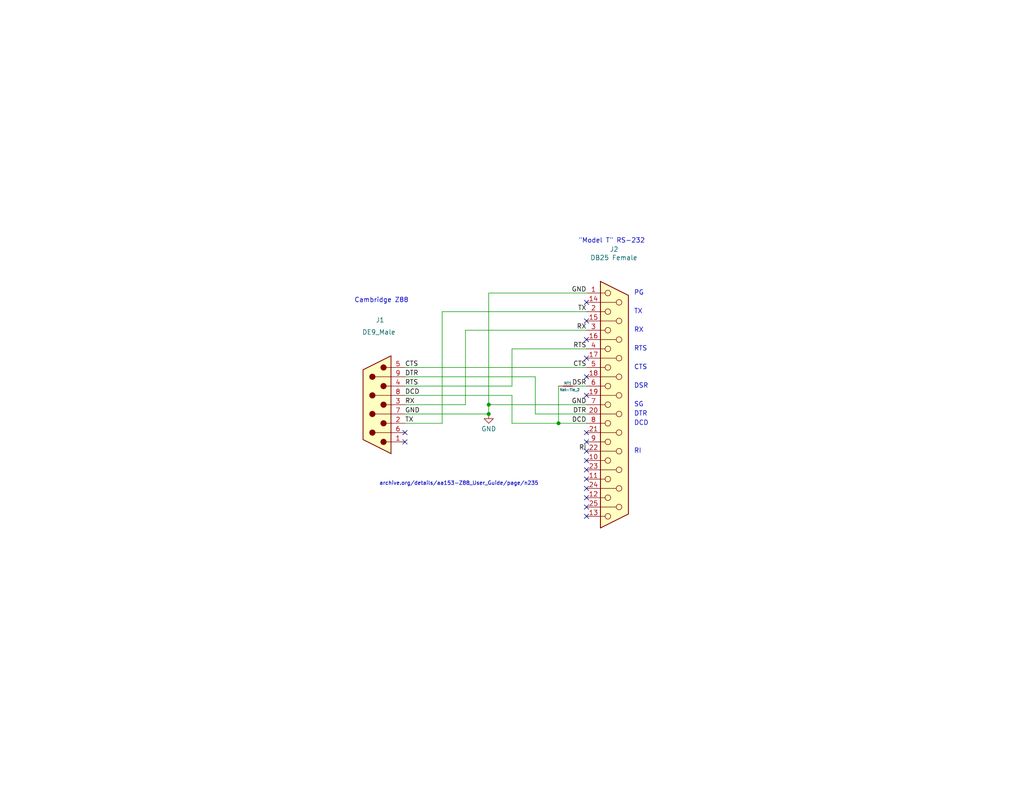
<source format=kicad_sch>
(kicad_sch (version 20231120) (generator "eeschema") (generator_version "8.0")
  (paper "USLetter")
  (title_block (title "Z88 rs232 to \"Model T\" rs232") (date "2020-09-08") (company "Brian K. White"))
  (lib_symbols
    (symbol "0_LOCAL:DB25_Female" (pin_names (offset 1.016) hide)
      (property "Reference" "J" (at 0 34.29 0))
      (property "Value" "DB25_Female" (at 0 -34.925 0))
      (symbol "DB25_Female_0_1"
        (circle (center -1.778 -30.48) (radius 0.762))
        (circle (center -1.778 -25.4) (radius 0.762))
        (circle (center -1.778 -20.32) (radius 0.762))
        (circle (center -1.778 -15.24) (radius 0.762))
        (circle (center -1.778 -10.16) (radius 0.762))
        (circle (center -1.778 -5.08) (radius 0.762))
        (circle (center -1.778 0) (radius 0.762))
        (circle (center -1.778 5.08) (radius 0.762))
        (circle (center -1.778 10.16) (radius 0.762))
        (circle (center -1.778 15.24) (radius 0.762))
        (circle (center -1.778 20.32) (radius 0.762))
        (circle (center -1.778 25.4) (radius 0.762))
        (circle (center -1.778 30.48) (radius 0.762))
        (polyline (pts (xy -3.81 -30.48) (xy -2.54 -30.48)))
        (polyline (pts (xy -3.81 -27.94) (xy 0.508 -27.94)))
        (polyline (pts (xy -3.81 -25.4) (xy -2.54 -25.4)))
        (polyline (pts (xy -3.81 -22.86) (xy 0.508 -22.86)))
        (polyline (pts (xy -3.81 -20.32) (xy -2.54 -20.32)))
        (polyline (pts (xy -3.81 -17.78) (xy 0.508 -17.78)))
        (polyline (pts (xy -3.81 -15.24) (xy -2.54 -15.24)))
        (polyline (pts (xy -3.81 -12.7) (xy 0.508 -12.7)))
        (polyline (pts (xy -3.81 -10.16) (xy -2.54 -10.16)))
        (polyline (pts (xy -3.81 -7.62) (xy 0.508 -7.62)))
        (polyline (pts (xy -3.81 -5.08) (xy -2.54 -5.08)))
        (polyline (pts (xy -3.81 -2.54) (xy 0.508 -2.54)))
        (polyline (pts (xy -3.81 0) (xy -2.54 0)))
        (polyline (pts (xy -3.81 2.54) (xy 0.508 2.54)))
        (polyline (pts (xy -3.81 5.08) (xy -2.54 5.08)))
        (polyline (pts (xy -3.81 7.62) (xy 0.508 7.62)))
        (polyline (pts (xy -3.81 10.16) (xy -2.54 10.16)))
        (polyline (pts (xy -3.81 12.7) (xy 0.508 12.7)))
        (polyline (pts (xy -3.81 15.24) (xy -2.54 15.24)))
        (polyline (pts (xy -3.81 17.78) (xy 0.508 17.78)))
        (polyline (pts (xy -3.81 20.32) (xy -2.54 20.32)))
        (polyline (pts (xy -3.81 22.86) (xy 0.508 22.86)))
        (polyline (pts (xy -3.81 25.4) (xy -2.54 25.4)))
        (polyline (pts (xy -3.81 27.94) (xy 0.508 27.94)))
        (polyline (pts (xy -3.81 30.48) (xy -2.54 30.48)))
        (polyline (pts (xy -3.81 33.655) (xy 3.81 29.845) (xy 3.81 -29.845) (xy -3.81 -33.655) (xy -3.81 33.655)) (stroke (width 0.254)) (fill (type background)))
        (circle (center 1.27 -27.94) (radius 0.762))
        (circle (center 1.27 -22.86) (radius 0.762))
        (circle (center 1.27 -17.78) (radius 0.762))
        (circle (center 1.27 -12.7) (radius 0.762))
        (circle (center 1.27 -7.62) (radius 0.762))
        (circle (center 1.27 -2.54) (radius 0.762))
        (circle (center 1.27 2.54) (radius 0.762))
        (circle (center 1.27 7.62) (radius 0.762))
        (circle (center 1.27 12.7) (radius 0.762))
        (circle (center 1.27 17.78) (radius 0.762))
        (circle (center 1.27 22.86) (radius 0.762))
        (circle (center 1.27 27.94) (radius 0.762))
      )
      (symbol "DB25_Female_1_1"
        (pin passive line (at -7.62 30.48 0) (length 3.81) (name "1") (number "1"))
        (pin passive line (at -7.62 -15.24 0) (length 3.81) (name "10") (number "10"))
        (pin passive line (at -7.62 -20.32 0) (length 3.81) (name "11") (number "11"))
        (pin passive line (at -7.62 -25.4 0) (length 3.81) (name "12") (number "12"))
        (pin passive line (at -7.62 -30.48 0) (length 3.81) (name "13") (number "13"))
        (pin passive line (at -7.62 27.94 0) (length 3.81) (name "P14") (number "14"))
        (pin passive line (at -7.62 22.86 0) (length 3.81) (name "P15") (number "15"))
        (pin passive line (at -7.62 17.78 0) (length 3.81) (name "P16") (number "16"))
        (pin passive line (at -7.62 12.7 0) (length 3.81) (name "P17") (number "17"))
        (pin passive line (at -7.62 7.62 0) (length 3.81) (name "P18") (number "18"))
        (pin passive line (at -7.62 2.54 0) (length 3.81) (name "P19") (number "19"))
        (pin passive line (at -7.62 25.4 0) (length 3.81) (name "2") (number "2"))
        (pin passive line (at -7.62 -2.54 0) (length 3.81) (name "P20") (number "20"))
        (pin passive line (at -7.62 -7.62 0) (length 3.81) (name "P21") (number "21"))
        (pin passive line (at -7.62 -12.7 0) (length 3.81) (name "P22") (number "22"))
        (pin passive line (at -7.62 -17.78 0) (length 3.81) (name "P23") (number "23"))
        (pin passive line (at -7.62 -22.86 0) (length 3.81) (name "P24") (number "24"))
        (pin passive line (at -7.62 -27.94 0) (length 3.81) (name "P25") (number "25"))
        (pin passive line (at -7.62 20.32 0) (length 3.81) (name "3") (number "3"))
        (pin passive line (at -7.62 15.24 0) (length 3.81) (name "4") (number "4"))
        (pin passive line (at -7.62 10.16 0) (length 3.81) (name "5") (number "5"))
        (pin passive line (at -7.62 5.08 0) (length 3.81) (name "6") (number "6"))
        (pin passive line (at -7.62 0 0) (length 3.81) (name "7") (number "7"))
        (pin passive line (at -7.62 -5.08 0) (length 3.81) (name "8") (number "8"))
        (pin passive line (at -7.62 -10.16 0) (length 3.81) (name "9") (number "9"))
      )
    )
    (symbol "0_LOCAL:DE9_Male" (pin_names (offset 1.016) hide)
      (property "Reference" "J" (at 0 13.97 0))
      (property "Value" "DE9_Male" (at 0 -14.605 0))
      (symbol "DE9_Male_0_1"
        (circle (center -1.778 -10.16) (radius 0.762) (fill (type outline)))
        (circle (center -1.778 -5.08) (radius 0.762) (fill (type outline)))
        (circle (center -1.778 0) (radius 0.762) (fill (type outline)))
        (circle (center -1.778 5.08) (radius 0.762) (fill (type outline)))
        (circle (center -1.778 10.16) (radius 0.762) (fill (type outline)))
        (polyline (pts (xy -3.81 -10.16) (xy -2.54 -10.16)))
        (polyline (pts (xy -3.81 -7.62) (xy 0.508 -7.62)))
        (polyline (pts (xy -3.81 -5.08) (xy -2.54 -5.08)))
        (polyline (pts (xy -3.81 -2.54) (xy 0.508 -2.54)))
        (polyline (pts (xy -3.81 0) (xy -2.54 0)))
        (polyline (pts (xy -3.81 2.54) (xy 0.508 2.54)))
        (polyline (pts (xy -3.81 5.08) (xy -2.54 5.08)))
        (polyline (pts (xy -3.81 7.62) (xy 0.508 7.62)))
        (polyline (pts (xy -3.81 10.16) (xy -2.54 10.16)))
        (polyline (pts (xy -3.81 -13.335) (xy -3.81 13.335) (xy 3.81 9.525) (xy 3.81 -9.525) (xy -3.81 -13.335)) (stroke (width 0.254)) (fill (type background)))
        (circle (center 1.27 -7.62) (radius 0.762) (fill (type outline)))
        (circle (center 1.27 -2.54) (radius 0.762) (fill (type outline)))
        (circle (center 1.27 2.54) (radius 0.762) (fill (type outline)))
        (circle (center 1.27 7.62) (radius 0.762) (fill (type outline)))
      )
      (symbol "DE9_Male_1_1"
        (pin passive line (at -7.62 -10.16 0) (length 3.81) (name "1") (number "1"))
        (pin passive line (at -7.62 -5.08 0) (length 3.81) (name "2") (number "2"))
        (pin passive line (at -7.62 0 0) (length 3.81) (name "3") (number "3"))
        (pin passive line (at -7.62 5.08 0) (length 3.81) (name "4") (number "4"))
        (pin passive line (at -7.62 10.16 0) (length 3.81) (name "5") (number "5"))
        (pin passive line (at -7.62 -7.62 0) (length 3.81) (name "6") (number "6"))
        (pin passive line (at -7.62 -2.54 0) (length 3.81) (name "7") (number "7"))
        (pin passive line (at -7.62 2.54 0) (length 3.81) (name "8") (number "8"))
        (pin passive line (at -7.62 7.62 0) (length 3.81) (name "9") (number "9"))
      )
    )
    (symbol "0_LOCAL:GND" (power) (pin_names (offset 0))
      (property "Value" "GND" (at 0 -3.81 0))
      (symbol "GND_0_1"
        (polyline (pts (xy 0 0) (xy 0 -1.27) (xy 1.27 -1.27) (xy 0 -2.54) (xy -1.27 -1.27) (xy 0 -1.27)))
      )
      (symbol "GND_1_1"
        (pin power_in line (at 0 0 270) (length 0) hide (name "GND") (number "1"))
      )
    )
    (symbol "0_LOCAL:Net-Tie_2" (pin_numbers hide) (pin_names (offset 0) hide)
      (property "Reference" "NT" (at 0 1.27 0))
      (property "Value" "Net-Tie_2" (at 0 -1.27 0))
      (symbol "Net-Tie_2_0_1"
        (polyline (pts (xy -1.27 0) (xy 1.27 0)) (stroke (width 0.254)))
      )
      (symbol "Net-Tie_2_1_1"
        (pin passive line (at -2.54 0 0) (length 2.54) (name "1") (number "1"))
        (pin passive line (at 2.54 0 180) (length 2.54) (name "2") (number "2"))
      )
    )
  )
  (junction (at 133.35 113.03))
  (junction (at 133.35 110.49))
  (junction (at 152.4 115.57))
  (no_connect (at 160.02 87.63))
  (no_connect (at 110.49 120.65))
  (no_connect (at 160.02 97.79))
  (no_connect (at 160.02 82.55))
  (no_connect (at 160.02 128.27))
  (no_connect (at 160.02 92.71))
  (no_connect (at 160.02 140.97))
  (no_connect (at 160.02 125.73))
  (no_connect (at 160.02 123.19))
  (no_connect (at 110.49 118.11))
  (no_connect (at 160.02 102.87))
  (no_connect (at 160.02 133.35))
  (no_connect (at 160.02 130.81))
  (no_connect (at 160.02 138.43))
  (no_connect (at 160.02 120.65))
  (no_connect (at 160.02 135.89))
  (no_connect (at 160.02 107.95))
  (no_connect (at 160.02 118.11))
  (wire (pts (xy 139.7 115.57) (xy 152.4 115.57)))
  (wire (pts (xy 133.35 80.01) (xy 133.35 110.49)))
  (wire (pts (xy 139.7 105.41) (xy 139.7 95.25)))
  (wire (pts (xy 120.65 115.57) (xy 120.65 85.09)))
  (wire (pts (xy 127 110.49) (xy 127 90.17)))
  (wire (pts (xy 110.49 107.95) (xy 139.7 107.95)))
  (wire (pts (xy 133.35 113.03) (xy 133.35 110.49)))
  (wire (pts (xy 152.4 105.41) (xy 152.4 115.57)))
  (wire (pts (xy 120.65 85.09) (xy 160.02 85.09)))
  (wire (pts (xy 133.35 80.01) (xy 160.02 80.01)))
  (wire (pts (xy 133.35 110.49) (xy 160.02 110.49)))
  (wire (pts (xy 110.49 102.87) (xy 146.05 102.87)))
  (wire (pts (xy 110.49 110.49) (xy 127 110.49)))
  (wire (pts (xy 110.49 113.03) (xy 133.35 113.03)))
  (wire (pts (xy 127 90.17) (xy 160.02 90.17)))
  (wire (pts (xy 110.49 105.41) (xy 139.7 105.41)))
  (wire (pts (xy 110.49 115.57) (xy 120.65 115.57)))
  (wire (pts (xy 139.7 107.95) (xy 139.7 115.57)))
  (wire (pts (xy 110.49 100.33) (xy 160.02 100.33)))
  (wire (pts (xy 146.05 113.03) (xy 160.02 113.03)))
  (wire (pts (xy 146.05 102.87) (xy 146.05 113.03)))
  (wire (pts (xy 160.02 105.41) (xy 157.48 105.41)))
  (wire (pts (xy 152.4 115.57) (xy 160.02 115.57)))
  (wire (pts (xy 139.7 95.25) (xy 160.02 95.25)))
  (text "PG" (at 172.974 80.772 0) (effects (font (size 1.27 1.27)) (justify left bottom)))
  (text "DCD" (at 172.974 116.332 0) (effects (font (size 1.27 1.27)) (justify left bottom)))
  (text "DTR" (at 172.974 113.792 0) (effects (font (size 1.27 1.27)) (justify left bottom)))
  (text "archive.org/details/aa153-Z88_User_Guide/page/n235" (at 125.222 132.08 0) (effects (font (size 1.016 1.016))))
  (text "RTS" (at 172.974 96.012 0) (effects (font (size 1.27 1.27)) (justify left bottom)))
  (text "SG" (at 172.974 111.252 0) (effects (font (size 1.27 1.27)) (justify left bottom)))
  (text "\"Model T\" RS-232" (at 176.022 66.548 0) (effects (font (size 1.27 1.27)) (justify right bottom)))
  (text "RX" (at 172.974 90.932 0) (effects (font (size 1.27 1.27)) (justify left bottom)))
  (text "RI" (at 172.974 123.952 0) (effects (font (size 1.27 1.27)) (justify left bottom)))
  (text "TX" (at 172.974 85.852 0) (effects (font (size 1.27 1.27)) (justify left bottom)))
  (text "DSR" (at 172.974 106.172 0) (effects (font (size 1.27 1.27)) (justify left bottom)))
  (text "Cambridge Z88" (at 111.506 82.804 0) (effects (font (size 1.27 1.27)) (justify right bottom)))
  (text "CTS" (at 172.974 101.092 0) (effects (font (size 1.27 1.27)) (justify left bottom)))
  (label "RTS" (at 110.49 105.41 0))
  (label "TX" (at 110.49 115.57 0))
  (label "GND" (at 160.02 110.49 180))
  (label "RI" (at 160.02 123.19 180))
  (label "RX" (at 110.49 110.49 0))
  (label "DCD" (at 160.02 115.57 180))
  (label "DCD" (at 110.49 107.95 0))
  (label "GND" (at 160.02 80.01 180))
  (label "DTR" (at 110.49 102.87 0))
  (label "CTS" (at 110.49 100.33 0))
  (label "DSR" (at 160.02 105.41 180))
  (label "RX" (at 160.02 90.17 180))
  (label "GND" (at 110.49 113.03 0))
  (label "TX" (at 160.02 85.09 180))
  (label "DTR" (at 160.02 113.03 180))
  (label "CTS" (at 160.02 100.33 180))
  (label "RTS" (at 160.02 95.25 180))
  (symbol (lib_id "0_LOCAL:DE9_Male") (at 102.87 110.49 0) (mirror y) (unit 1)
    (property "Reference" "J1" (at 104.902 87.376 0) (effects (justify left)))
    (property "Value" "DE9_Male" (at 107.95 90.678 0) (effects (justify left)))
    (property "Footprint" "0_LOCAL:DSUB-9_Male_Vertical_P2.77x2.84mm" (effects (hide yes)))
    (property "Datasheet" " ~" (effects (hide yes)))
  )
  (symbol (lib_id "0_LOCAL:Net-Tie_2") (at 154.94 105.41 0) (unit 1)
    (property "Reference" "NT1" (at 154.94 104.648 0) (effects (font (size 0.7112 0.7112))))
    (property "Value" "Net-Tie_2" (at 155.448 106.426 0) (effects (font (size 0.7112 0.7112))))
    (property "Footprint" "0_LOCAL:NetTie-2_SMD_10" (effects (hide yes)))
  )
  (symbol (lib_id "0_LOCAL:DB25_Female") (at 167.64 110.49 0) (unit 1)
    (property "Reference" "J2" (at 166.37 68.072 0) (effects (justify left)))
    (property "Value" "DB25 Female" (at 161.036 70.358 0) (effects (justify left)))
    (property "Footprint" "0_LOCAL:DSUB-25_Female_Vertical_P2.77x2.84mm" (effects (hide yes)))
    (property "Datasheet" " ~" (effects (hide yes)))
  )
  (symbol (lib_id "0_LOCAL:GND") (at 133.35 113.03 0) (unit 1)
    (property "Reference" "#PWR0101" (effects (hide yes)))
    (property "Value" "GND" (at 133.35 117.094 0))
  )
)
</source>
